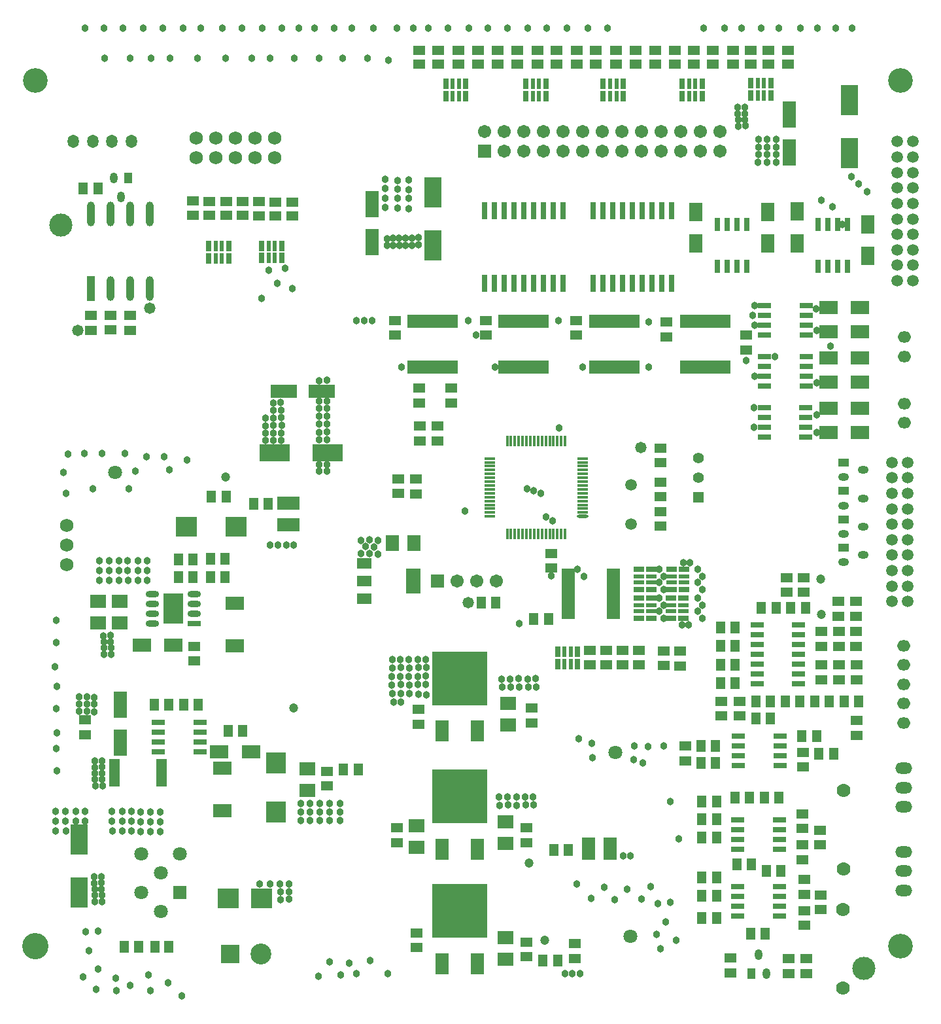
<source format=gts>
%FSLAX25Y25*%
%MOIN*%
G70*
G01*
G75*
G04 Layer_Color=8388736*
%ADD10C,0.01000*%
%ADD11R,0.04134X0.05512*%
%ADD12R,0.05512X0.04134*%
%ADD13R,0.04724X0.03150*%
%ADD14O,0.04724X0.03150*%
%ADD15R,0.04724X0.01969*%
%ADD16R,0.04724X0.01181*%
%ADD17R,0.01969X0.04724*%
%ADD18R,0.01181X0.04724*%
%ADD19R,0.05512X0.03937*%
%ADD20R,0.06102X0.08661*%
%ADD21R,0.08661X0.06102*%
%ADD22R,0.06102X0.02362*%
%ADD23R,0.02362X0.06102*%
%ADD24R,0.08268X0.14764*%
%ADD25R,0.09843X0.09055*%
%ADD26R,0.06000X0.10000*%
%ADD27O,0.06102X0.02362*%
%ADD28R,0.14764X0.08268*%
%ADD29R,0.10236X0.09449*%
%ADD30R,0.08661X0.05906*%
%ADD31R,0.05000X0.01000*%
%ADD32R,0.01000X0.05000*%
%ADD33O,0.05000X0.01000*%
%ADD34R,0.12402X0.06299*%
%ADD35R,0.02362X0.07874*%
%ADD36R,0.07087X0.06000*%
%ADD37R,0.03937X0.05512*%
%ADD38R,0.06299X0.12402*%
%ADD39R,0.09449X0.10236*%
%ADD40R,0.06000X0.07087*%
%ADD41R,0.06500X0.04500*%
%ADD42R,0.06500X0.11800*%
%ADD43O,0.03150X0.11811*%
%ADD44R,0.03150X0.11811*%
%ADD45R,0.03150X0.04724*%
%ADD46O,0.03150X0.04724*%
%ADD47R,0.01772X0.05709*%
%ADD48R,0.05709X0.01772*%
%ADD49R,0.04921X0.13386*%
%ADD50R,0.06299X0.10630*%
%ADD51R,0.10630X0.06299*%
%ADD52C,0.02000*%
%ADD53C,0.01500*%
%ADD54C,0.03000*%
%ADD55C,0.04000*%
%ADD56C,0.06000*%
%ADD57C,0.02500*%
%ADD58C,0.01200*%
%ADD59C,0.08000*%
%ADD60C,0.05000*%
%ADD61R,0.06900X0.16600*%
%ADD62R,0.12500X0.03400*%
%ADD63R,0.19600X0.16800*%
%ADD64R,0.27900X0.19600*%
%ADD65R,0.44300X0.27600*%
%ADD66R,0.18898X0.09449*%
%ADD67R,0.18898X0.09055*%
%ADD68R,0.10221X0.52362*%
%ADD69R,0.20331X0.12598*%
%ADD70R,0.45592X0.09289*%
%ADD71R,0.25590X0.20079*%
%ADD72R,0.22441X0.20254*%
%ADD73R,0.32677X0.11024*%
%ADD74R,0.36614X0.28346*%
%ADD75R,0.18504X0.62205*%
%ADD76R,0.13780X0.22835*%
%ADD77R,0.24900X0.11417*%
%ADD78R,0.30800X0.16605*%
%ADD79R,0.37402X0.13386*%
%ADD80R,0.14014X0.14161*%
%ADD81R,0.44488X0.16838*%
%ADD82R,0.14173X0.04724*%
%ADD83R,0.15354X0.16535*%
%ADD84R,0.19291X0.16142*%
%ADD85R,0.38976X0.14892*%
%ADD86R,0.15354X0.14098*%
%ADD87R,0.22300X0.17000*%
%ADD88R,0.69700X0.22200*%
%ADD89R,0.22200X0.18100*%
%ADD90R,0.20700X0.43400*%
%ADD91R,0.16900X0.61900*%
%ADD92R,0.17600X0.11100*%
%ADD93R,0.60400X0.28600*%
%ADD94R,0.06300X0.33500*%
%ADD95R,0.51100X0.18500*%
%ADD96R,0.17300X0.16200*%
%ADD97R,0.64800X0.19500*%
%ADD98R,0.54300X0.17300*%
%ADD99R,0.44100X0.21000*%
%ADD100R,0.22200X0.50300*%
%ADD101R,0.21200X0.51400*%
%ADD102R,0.42500X0.16300*%
%ADD103R,0.12300X0.11000*%
%ADD104R,0.36434X0.18432*%
%ADD105R,0.18200X0.09300*%
%ADD106R,0.30400X0.13200*%
%ADD107R,0.49910X0.31300*%
%ADD108C,0.03937*%
%ADD109C,0.05118*%
%ADD110O,0.05000X0.05906*%
%ADD111C,0.06000*%
%ADD112R,0.27559X0.26772*%
%ADD113R,0.09449X0.14961*%
%ADD114C,0.05906*%
%ADD115R,0.05906X0.05906*%
%ADD116C,0.06299*%
%ADD117O,0.05906X0.05000*%
%ADD118C,0.11811*%
%ADD119C,0.12598*%
%ADD120C,0.05000*%
%ADD121C,0.04724*%
%ADD122R,0.04724X0.04724*%
%ADD123C,0.09843*%
%ADD124R,0.08661X0.08661*%
%ADD125C,0.06200*%
%ADD126O,0.07874X0.05000*%
%ADD127R,0.06299X0.06299*%
%ADD128C,0.03000*%
%ADD129C,0.04000*%
%ADD130R,0.60400X0.13100*%
%ADD131C,0.00787*%
%ADD132C,0.00984*%
%ADD133C,0.02362*%
%ADD134C,0.01772*%
%ADD135C,0.01181*%
%ADD136C,0.00394*%
%ADD137C,0.00600*%
%ADD138C,0.00700*%
%ADD139C,0.00500*%
%ADD140C,0.00004*%
%ADD141C,0.00827*%
%ADD142C,0.00800*%
%ADD143C,0.00591*%
%ADD144C,0.00591*%
%ADD145R,1.14340X0.26480*%
%ADD146R,0.04934X0.06312*%
%ADD147R,0.06312X0.04934*%
%ADD148R,0.05524X0.03950*%
%ADD149O,0.05524X0.03950*%
%ADD150R,0.05524X0.02769*%
%ADD151R,0.05524X0.01981*%
%ADD152R,0.02769X0.05524*%
%ADD153R,0.01981X0.05524*%
%ADD154R,0.06312X0.04737*%
%ADD155R,0.06902X0.09461*%
%ADD156R,0.09461X0.06902*%
%ADD157R,0.06902X0.03162*%
%ADD158R,0.03162X0.06902*%
%ADD159R,0.09068X0.15564*%
%ADD160R,0.10642X0.09855*%
%ADD161R,0.06800X0.10800*%
%ADD162O,0.06902X0.03162*%
%ADD163R,0.15564X0.09068*%
%ADD164R,0.11036X0.10249*%
%ADD165R,0.09461X0.06706*%
%ADD166R,0.05800X0.01800*%
%ADD167R,0.01800X0.05800*%
%ADD168O,0.05800X0.01800*%
%ADD169R,0.13202X0.07099*%
%ADD170R,0.03162X0.08674*%
%ADD171R,0.07887X0.06800*%
%ADD172R,0.04737X0.06312*%
%ADD173R,0.07099X0.13202*%
%ADD174R,0.10249X0.11036*%
%ADD175R,0.06800X0.07887*%
%ADD176R,0.07300X0.05300*%
%ADD177R,0.07300X0.12600*%
%ADD178O,0.03950X0.12611*%
%ADD179R,0.03950X0.12611*%
%ADD180R,0.03950X0.05524*%
%ADD181O,0.03950X0.05524*%
%ADD182R,0.02572X0.06509*%
%ADD183R,0.06509X0.02572*%
%ADD184R,0.05721X0.14186*%
%ADD185R,0.07099X0.11430*%
%ADD186R,0.11430X0.07099*%
%ADD187C,0.04737*%
%ADD188C,0.05918*%
%ADD189O,0.05800X0.06706*%
%ADD190C,0.06800*%
%ADD191R,0.28359X0.27572*%
%ADD192R,0.10249X0.15761*%
%ADD193C,0.06706*%
%ADD194R,0.06706X0.06706*%
%ADD195C,0.07099*%
%ADD196C,0.11811*%
%ADD197O,0.06706X0.05800*%
%ADD198C,0.12611*%
%ADD199C,0.13398*%
%ADD200C,0.05800*%
%ADD201C,0.05524*%
%ADD202R,0.05524X0.05524*%
%ADD203C,0.10642*%
%ADD204R,0.09461X0.09461*%
%ADD205C,0.07000*%
%ADD206O,0.08674X0.05800*%
%ADD207R,0.07099X0.07099*%
%ADD208C,0.03800*%
%ADD209C,0.04800*%
G54D146*
X388260Y73800D02*
D03*
X395740D02*
D03*
X387260Y111000D02*
D03*
X394740D02*
D03*
X435292Y160030D02*
D03*
X427812D02*
D03*
X372300Y178928D02*
D03*
X364820D02*
D03*
X372300Y169479D02*
D03*
X364820D02*
D03*
X372300Y188376D02*
D03*
X364820D02*
D03*
X372300Y197825D02*
D03*
X364820D02*
D03*
X382930Y151369D02*
D03*
X390410D02*
D03*
X382930Y160030D02*
D03*
X390410D02*
D03*
X412851D02*
D03*
X420332D02*
D03*
X397891D02*
D03*
X405371D02*
D03*
X393166Y207668D02*
D03*
X385686D02*
D03*
X408127D02*
D03*
X400647D02*
D03*
X372160Y111000D02*
D03*
X379640D02*
D03*
X362848Y70312D02*
D03*
X355368D02*
D03*
Y61257D02*
D03*
X362848D02*
D03*
X380301Y41721D02*
D03*
X387781D02*
D03*
X362836Y49839D02*
D03*
X355356D02*
D03*
X269760Y202000D02*
D03*
X277240D02*
D03*
X355368Y100249D02*
D03*
X362848D02*
D03*
X91260Y158600D02*
D03*
X98740D02*
D03*
X83740D02*
D03*
X76260D02*
D03*
X88533Y223499D02*
D03*
X96013D02*
D03*
X112300D02*
D03*
X104820D02*
D03*
X60900Y35000D02*
D03*
X68380D02*
D03*
X250380Y210543D02*
D03*
X242900D02*
D03*
X287419Y84492D02*
D03*
X279939D02*
D03*
X281907Y28261D02*
D03*
X274427D02*
D03*
X96013Y232499D02*
D03*
X88533D02*
D03*
X112420Y232798D02*
D03*
X104940D02*
D03*
X362848Y109249D02*
D03*
X355368D02*
D03*
Y90749D02*
D03*
X362848D02*
D03*
X113860Y145000D02*
D03*
X121340D02*
D03*
X112814Y264294D02*
D03*
X105334D02*
D03*
X373260Y77100D02*
D03*
X380740D02*
D03*
X354929Y128912D02*
D03*
X362409D02*
D03*
Y137573D02*
D03*
X354929D02*
D03*
X415065Y133524D02*
D03*
X422546D02*
D03*
X40060Y421600D02*
D03*
X47540D02*
D03*
X406360Y142500D02*
D03*
X413840D02*
D03*
X172760Y125400D02*
D03*
X180240D02*
D03*
X134440Y260900D02*
D03*
X126960D02*
D03*
G54D147*
X278700Y235440D02*
D03*
Y227960D02*
D03*
X306637Y186120D02*
D03*
Y178640D02*
D03*
X416198Y178731D02*
D03*
Y171251D02*
D03*
X407300Y215660D02*
D03*
Y223140D02*
D03*
X365410Y160227D02*
D03*
Y152747D02*
D03*
X425253Y171251D02*
D03*
Y178731D02*
D03*
X374465Y152747D02*
D03*
Y160227D02*
D03*
X425253Y188180D02*
D03*
Y195660D02*
D03*
X433914D02*
D03*
Y188180D02*
D03*
X416198Y195660D02*
D03*
Y188180D02*
D03*
X434308Y171251D02*
D03*
Y178731D02*
D03*
X433914Y211014D02*
D03*
Y203534D02*
D03*
X424859Y211014D02*
D03*
Y203534D02*
D03*
X398600Y223240D02*
D03*
Y215760D02*
D03*
X344400Y178260D02*
D03*
Y185740D02*
D03*
X227559Y319685D02*
D03*
Y312205D02*
D03*
X211417Y319685D02*
D03*
Y312205D02*
D03*
X407521Y46099D02*
D03*
Y53579D02*
D03*
X416100Y54060D02*
D03*
Y61540D02*
D03*
X406734Y79564D02*
D03*
Y87044D02*
D03*
X415789D02*
D03*
Y94524D02*
D03*
X434308Y142904D02*
D03*
Y150384D02*
D03*
X211717Y292893D02*
D03*
Y300373D02*
D03*
X314905Y186120D02*
D03*
Y178640D02*
D03*
X407521Y61847D02*
D03*
Y69328D02*
D03*
X209629Y273321D02*
D03*
Y265840D02*
D03*
X64000Y356740D02*
D03*
Y349260D02*
D03*
X54000Y356840D02*
D03*
Y349360D02*
D03*
X41000Y150740D02*
D03*
Y143260D02*
D03*
X164400Y117060D02*
D03*
Y124540D02*
D03*
X44100Y349260D02*
D03*
Y356740D02*
D03*
X96476Y188113D02*
D03*
Y180632D02*
D03*
X210800Y148560D02*
D03*
Y156040D02*
D03*
X268724Y149214D02*
D03*
Y156694D02*
D03*
X210100Y34660D02*
D03*
Y42140D02*
D03*
X265962Y30033D02*
D03*
Y37513D02*
D03*
X199800Y95740D02*
D03*
Y88260D02*
D03*
X265962Y88232D02*
D03*
Y95713D02*
D03*
X406734Y95312D02*
D03*
Y102792D02*
D03*
X370079Y29399D02*
D03*
Y21919D02*
D03*
X399600Y29040D02*
D03*
Y21560D02*
D03*
X198800Y346660D02*
D03*
Y354140D02*
D03*
X220772Y300373D02*
D03*
Y292893D02*
D03*
X346858Y137376D02*
D03*
Y129896D02*
D03*
X407000Y126620D02*
D03*
Y134100D02*
D03*
X323172Y178640D02*
D03*
Y186120D02*
D03*
X408500Y21560D02*
D03*
Y29040D02*
D03*
X291339Y354134D02*
D03*
Y346654D02*
D03*
X337402Y353346D02*
D03*
Y345866D02*
D03*
X245200Y354140D02*
D03*
Y346660D02*
D03*
X298369Y186120D02*
D03*
Y178640D02*
D03*
X334252Y289173D02*
D03*
Y281693D02*
D03*
X377953Y339173D02*
D03*
Y346654D02*
D03*
X290765Y36726D02*
D03*
Y29246D02*
D03*
X334252Y271850D02*
D03*
Y264370D02*
D03*
Y256890D02*
D03*
Y249410D02*
D03*
G54D148*
X427665Y238593D02*
D03*
Y252766D02*
D03*
Y267333D02*
D03*
X427665Y281900D02*
D03*
G54D149*
X427665Y231113D02*
D03*
X437508Y234853D02*
D03*
X427665Y245286D02*
D03*
X437508Y249026D02*
D03*
Y263593D02*
D03*
X427665Y259853D02*
D03*
X427665Y274420D02*
D03*
X437508Y278160D02*
D03*
G54D150*
X346150Y217124D02*
D03*
Y227361D02*
D03*
X339850D02*
D03*
Y217124D02*
D03*
X329553D02*
D03*
Y227361D02*
D03*
X323253D02*
D03*
Y217124D02*
D03*
X329550Y202482D02*
D03*
Y212718D02*
D03*
X323250D02*
D03*
Y202482D02*
D03*
X346050D02*
D03*
Y212718D02*
D03*
X339750D02*
D03*
Y202482D02*
D03*
G54D151*
X346150Y220668D02*
D03*
Y223817D02*
D03*
X339850D02*
D03*
Y220668D02*
D03*
X329553D02*
D03*
Y223817D02*
D03*
X323253D02*
D03*
Y220668D02*
D03*
X329550Y206025D02*
D03*
Y209175D02*
D03*
X323250D02*
D03*
Y206025D02*
D03*
X346050D02*
D03*
Y209175D02*
D03*
X339750D02*
D03*
Y206025D02*
D03*
G54D152*
X292070Y179230D02*
D03*
X281834D02*
D03*
Y185530D02*
D03*
X292070D02*
D03*
X380315Y468898D02*
D03*
X390551D02*
D03*
Y475197D02*
D03*
X380315D02*
D03*
X224803Y468504D02*
D03*
X235039D02*
D03*
Y474803D02*
D03*
X224803D02*
D03*
X265748Y468504D02*
D03*
X275984D02*
D03*
Y474803D02*
D03*
X265748D02*
D03*
X345276D02*
D03*
X355512D02*
D03*
Y468504D02*
D03*
X345276D02*
D03*
X305118Y474803D02*
D03*
X315354D02*
D03*
Y468504D02*
D03*
X305118D02*
D03*
X114218Y385850D02*
D03*
X103982D02*
D03*
Y392150D02*
D03*
X114218D02*
D03*
X141318Y385950D02*
D03*
X131082D02*
D03*
Y392250D02*
D03*
X141318D02*
D03*
G54D153*
X288527Y179230D02*
D03*
X285377D02*
D03*
Y185530D02*
D03*
X288527D02*
D03*
X383858Y468898D02*
D03*
X387008D02*
D03*
Y475197D02*
D03*
X383858D02*
D03*
X228346Y468504D02*
D03*
X231496D02*
D03*
Y474803D02*
D03*
X228346D02*
D03*
X269291Y468504D02*
D03*
X272441D02*
D03*
Y474803D02*
D03*
X269291D02*
D03*
X348819D02*
D03*
X351969D02*
D03*
Y468504D02*
D03*
X348819D02*
D03*
X308661Y474803D02*
D03*
X311811D02*
D03*
Y468504D02*
D03*
X308661D02*
D03*
X110675Y385850D02*
D03*
X107525D02*
D03*
Y392150D02*
D03*
X110675D02*
D03*
X137775Y385950D02*
D03*
X134625D02*
D03*
Y392250D02*
D03*
X137775D02*
D03*
G54D154*
X335800Y185643D02*
D03*
Y178557D02*
D03*
X399162Y484752D02*
D03*
Y491839D02*
D03*
X389320Y484646D02*
D03*
Y491732D02*
D03*
X351300Y491843D02*
D03*
Y484757D02*
D03*
X341541Y491839D02*
D03*
Y484752D02*
D03*
X331698Y491839D02*
D03*
Y484752D02*
D03*
X321462Y491839D02*
D03*
Y484752D02*
D03*
X311619Y491839D02*
D03*
Y484752D02*
D03*
X301383Y491839D02*
D03*
Y484752D02*
D03*
X291541Y491839D02*
D03*
Y484752D02*
D03*
X281305Y491839D02*
D03*
Y484752D02*
D03*
X271462Y491839D02*
D03*
Y484752D02*
D03*
X261226Y491839D02*
D03*
Y484752D02*
D03*
X251383Y491839D02*
D03*
Y484752D02*
D03*
X241147Y491839D02*
D03*
Y484752D02*
D03*
X231305Y491839D02*
D03*
Y484752D02*
D03*
X221068Y491839D02*
D03*
Y484752D02*
D03*
X211226Y491839D02*
D03*
Y484752D02*
D03*
X380265Y491732D02*
D03*
Y484646D02*
D03*
X371210Y491732D02*
D03*
Y484646D02*
D03*
X361024Y491839D02*
D03*
Y484752D02*
D03*
X138100Y414543D02*
D03*
Y407457D02*
D03*
X146600Y414543D02*
D03*
Y407457D02*
D03*
X95800Y414943D02*
D03*
Y407857D02*
D03*
X104300Y414843D02*
D03*
Y407757D02*
D03*
X112800Y414843D02*
D03*
Y407757D02*
D03*
X200574Y273342D02*
D03*
Y266256D02*
D03*
X129700Y407557D02*
D03*
Y414643D02*
D03*
X121300Y407657D02*
D03*
Y414743D02*
D03*
G54D155*
X352300Y393329D02*
D03*
Y409471D02*
D03*
X403900Y393529D02*
D03*
Y409671D02*
D03*
X439900Y387129D02*
D03*
Y403271D02*
D03*
X389000Y393429D02*
D03*
Y409571D02*
D03*
G54D156*
X419882Y322835D02*
D03*
X436024D02*
D03*
X419882Y335039D02*
D03*
X436024D02*
D03*
Y360630D02*
D03*
X419882D02*
D03*
X436024Y348425D02*
D03*
X419882D02*
D03*
X436024Y309449D02*
D03*
X419882D02*
D03*
X69901Y188703D02*
D03*
X86042D02*
D03*
X125571Y134600D02*
D03*
X109429D02*
D03*
X436024Y297244D02*
D03*
X419882D02*
D03*
G54D157*
X387402Y335827D02*
D03*
Y330827D02*
D03*
Y325827D02*
D03*
Y320827D02*
D03*
X408661D02*
D03*
Y325827D02*
D03*
Y330827D02*
D03*
Y335827D02*
D03*
X408661Y361811D02*
D03*
Y356811D02*
D03*
Y351811D02*
D03*
Y346811D02*
D03*
X387402D02*
D03*
Y351811D02*
D03*
Y356811D02*
D03*
Y361811D02*
D03*
X395284Y127337D02*
D03*
Y132337D02*
D03*
Y137337D02*
D03*
Y142337D02*
D03*
X374024D02*
D03*
Y137337D02*
D03*
Y132337D02*
D03*
Y127337D02*
D03*
X96481Y199617D02*
D03*
X373636Y50627D02*
D03*
Y55627D02*
D03*
Y60627D02*
D03*
Y65627D02*
D03*
X394895D02*
D03*
Y60627D02*
D03*
Y55627D02*
D03*
Y50627D02*
D03*
X99462Y134443D02*
D03*
Y139443D02*
D03*
Y144443D02*
D03*
Y149443D02*
D03*
X78202D02*
D03*
Y144443D02*
D03*
Y139443D02*
D03*
Y134443D02*
D03*
X408427Y309661D02*
D03*
Y304661D02*
D03*
Y299661D02*
D03*
Y294661D02*
D03*
X387167D02*
D03*
Y299661D02*
D03*
Y304661D02*
D03*
Y309661D02*
D03*
X394895Y84843D02*
D03*
Y89843D02*
D03*
Y94843D02*
D03*
Y99843D02*
D03*
X373636D02*
D03*
Y94843D02*
D03*
Y89843D02*
D03*
Y84843D02*
D03*
X404780Y169046D02*
D03*
Y174046D02*
D03*
Y179046D02*
D03*
Y184046D02*
D03*
Y189046D02*
D03*
Y194046D02*
D03*
Y199046D02*
D03*
X383521D02*
D03*
Y194046D02*
D03*
Y189046D02*
D03*
Y184046D02*
D03*
Y179046D02*
D03*
Y174046D02*
D03*
Y169046D02*
D03*
G54D158*
X363386Y403150D02*
D03*
X368386D02*
D03*
X373386D02*
D03*
X378386D02*
D03*
Y381890D02*
D03*
X373386D02*
D03*
X368386D02*
D03*
X363386D02*
D03*
X414567Y403150D02*
D03*
X419567D02*
D03*
X424567D02*
D03*
X429567D02*
D03*
Y381890D02*
D03*
X424567D02*
D03*
X419567D02*
D03*
X414567D02*
D03*
G54D159*
X430700Y466483D02*
D03*
Y439317D02*
D03*
X38100Y62717D02*
D03*
Y89883D02*
D03*
X218400Y392417D02*
D03*
Y419583D02*
D03*
G54D160*
X114035Y59700D02*
D03*
X130965D02*
D03*
G54D161*
X222852Y144985D02*
D03*
X240852D02*
D03*
X240955Y84903D02*
D03*
X222955D02*
D03*
X222858Y26602D02*
D03*
X240858D02*
D03*
G54D162*
X96481Y204617D02*
D03*
Y209617D02*
D03*
Y214617D02*
D03*
X75221Y199617D02*
D03*
Y204617D02*
D03*
Y209617D02*
D03*
Y214617D02*
D03*
G54D163*
X164783Y286800D02*
D03*
X137617D02*
D03*
G54D164*
X92619Y249019D02*
D03*
X117816D02*
D03*
G54D165*
X117342Y188309D02*
D03*
Y209963D02*
D03*
X110900Y104400D02*
D03*
Y126054D02*
D03*
G54D166*
X247295Y283885D02*
D03*
Y281917D02*
D03*
Y279948D02*
D03*
Y276011D02*
D03*
Y274043D02*
D03*
Y272074D02*
D03*
Y268137D02*
D03*
Y266169D02*
D03*
Y264200D02*
D03*
Y260263D02*
D03*
Y258295D02*
D03*
Y256326D02*
D03*
Y254358D02*
D03*
X294539Y256326D02*
D03*
Y258295D02*
D03*
Y262232D02*
D03*
Y264200D02*
D03*
Y266169D02*
D03*
Y270106D02*
D03*
Y274043D02*
D03*
Y277980D02*
D03*
Y279948D02*
D03*
Y260263D02*
D03*
Y268137D02*
D03*
Y272074D02*
D03*
Y276011D02*
D03*
Y281917D02*
D03*
Y283885D02*
D03*
X247295Y262232D02*
D03*
Y270106D02*
D03*
Y277980D02*
D03*
G54D167*
X285681Y292744D02*
D03*
X283713D02*
D03*
X281744D02*
D03*
X279776D02*
D03*
X277807D02*
D03*
X275838D02*
D03*
X273870D02*
D03*
X271901D02*
D03*
X269933D02*
D03*
X267965D02*
D03*
X265996D02*
D03*
X262059D02*
D03*
X260090D02*
D03*
X258122D02*
D03*
Y245500D02*
D03*
X275838D02*
D03*
X273870D02*
D03*
X260090D02*
D03*
X281744D02*
D03*
X279776D02*
D03*
X265996D02*
D03*
X271901D02*
D03*
X267964D02*
D03*
X264028D02*
D03*
X256153D02*
D03*
X283713D02*
D03*
X277807D02*
D03*
X262059D02*
D03*
X269933D02*
D03*
X285681D02*
D03*
X256153Y292744D02*
D03*
X264028D02*
D03*
G54D168*
X294539Y254358D02*
D03*
G54D169*
X142454Y318100D02*
D03*
X161746D02*
D03*
G54D170*
X300079Y373228D02*
D03*
X305079D02*
D03*
X310079D02*
D03*
X315079D02*
D03*
X320079D02*
D03*
X325079D02*
D03*
X330079D02*
D03*
X335079D02*
D03*
X340079D02*
D03*
Y410236D02*
D03*
X335079D02*
D03*
X330079D02*
D03*
X325079D02*
D03*
X320079D02*
D03*
X315079D02*
D03*
X310079D02*
D03*
X305079D02*
D03*
X300079D02*
D03*
X244642D02*
D03*
X249642D02*
D03*
X254642D02*
D03*
X259642D02*
D03*
X264642D02*
D03*
X269642D02*
D03*
X274642D02*
D03*
X279642D02*
D03*
X284642D02*
D03*
Y373228D02*
D03*
X279642D02*
D03*
X274642D02*
D03*
X269642D02*
D03*
X264642D02*
D03*
X259642D02*
D03*
X254642D02*
D03*
X249642D02*
D03*
X244642D02*
D03*
G54D171*
X154400Y114700D02*
D03*
Y125700D02*
D03*
X58500Y211000D02*
D03*
Y200000D02*
D03*
X47700D02*
D03*
Y211000D02*
D03*
X256519Y148241D02*
D03*
Y159241D02*
D03*
X255332Y39667D02*
D03*
Y28667D02*
D03*
Y87653D02*
D03*
Y98654D02*
D03*
X209800Y85800D02*
D03*
Y96800D02*
D03*
G54D172*
X83684Y35000D02*
D03*
X76597D02*
D03*
G54D173*
X187200Y394254D02*
D03*
Y413546D02*
D03*
X58900Y158446D02*
D03*
Y139154D02*
D03*
X400000Y439854D02*
D03*
Y459146D02*
D03*
G54D174*
X138400Y103702D02*
D03*
Y128898D02*
D03*
G54D175*
X208700Y240800D02*
D03*
X197700D02*
D03*
G54D176*
X183171Y230567D02*
D03*
Y221467D02*
D03*
Y212367D02*
D03*
G54D177*
X208171Y221467D02*
D03*
G54D178*
X44019Y408351D02*
D03*
X74019D02*
D03*
X64019D02*
D03*
X54019D02*
D03*
X74019Y370556D02*
D03*
X64019D02*
D03*
X54019D02*
D03*
G54D179*
X44019D02*
D03*
G54D180*
X380709Y21328D02*
D03*
X63100Y426900D02*
D03*
G54D181*
X388189Y21328D02*
D03*
X384449Y31171D02*
D03*
X55620Y426900D02*
D03*
X59360Y417058D02*
D03*
G54D182*
X206594Y353740D02*
D03*
X209154D02*
D03*
X211713D02*
D03*
X214272D02*
D03*
X216831D02*
D03*
X219390D02*
D03*
X221949D02*
D03*
X224508D02*
D03*
X227067D02*
D03*
X229626D02*
D03*
Y330512D02*
D03*
X227067D02*
D03*
X224508D02*
D03*
X221949D02*
D03*
X219390D02*
D03*
X216831D02*
D03*
X214272D02*
D03*
X211713D02*
D03*
X209154D02*
D03*
X206594D02*
D03*
X345571D02*
D03*
X348130D02*
D03*
X350689D02*
D03*
X353248D02*
D03*
X355807D02*
D03*
X358366D02*
D03*
X360925D02*
D03*
X363484D02*
D03*
X366043D02*
D03*
X368602D02*
D03*
Y353740D02*
D03*
X366043D02*
D03*
X363484D02*
D03*
X360925D02*
D03*
X358366D02*
D03*
X355807D02*
D03*
X353248D02*
D03*
X350689D02*
D03*
X348130D02*
D03*
X345571D02*
D03*
X299245Y330512D02*
D03*
X301804D02*
D03*
X304363D02*
D03*
X306923D02*
D03*
X309482D02*
D03*
X312041D02*
D03*
X314600D02*
D03*
X317159D02*
D03*
X319718D02*
D03*
X322277D02*
D03*
Y353740D02*
D03*
X319718D02*
D03*
X317159D02*
D03*
X314600D02*
D03*
X312041D02*
D03*
X309482D02*
D03*
X306923D02*
D03*
X304363D02*
D03*
X301804D02*
D03*
X299245D02*
D03*
X252920Y330512D02*
D03*
X255479D02*
D03*
X258038D02*
D03*
X260597D02*
D03*
X263156D02*
D03*
X265715D02*
D03*
X268274D02*
D03*
X270833D02*
D03*
X273392D02*
D03*
X275952D02*
D03*
Y353740D02*
D03*
X273392D02*
D03*
X270833D02*
D03*
X268274D02*
D03*
X265715D02*
D03*
X263156D02*
D03*
X260597D02*
D03*
X258038D02*
D03*
X255479D02*
D03*
X252920D02*
D03*
G54D183*
X287205Y203346D02*
D03*
Y205906D02*
D03*
Y208465D02*
D03*
Y211024D02*
D03*
Y213583D02*
D03*
Y216142D02*
D03*
Y218701D02*
D03*
Y221260D02*
D03*
Y223819D02*
D03*
Y226378D02*
D03*
X310433D02*
D03*
Y223819D02*
D03*
Y221260D02*
D03*
Y218701D02*
D03*
Y216142D02*
D03*
Y213583D02*
D03*
Y211024D02*
D03*
Y208465D02*
D03*
Y205906D02*
D03*
Y203346D02*
D03*
G54D184*
X55792Y123800D02*
D03*
X79808D02*
D03*
G54D185*
X308482Y85061D02*
D03*
X297458D02*
D03*
G54D186*
X144600Y261212D02*
D03*
Y250188D02*
D03*
G54D187*
X416157Y204588D02*
D03*
X112612Y274459D02*
D03*
X147232Y156798D02*
D03*
X275423Y38457D02*
D03*
X267155Y77705D02*
D03*
X415859Y222588D02*
D03*
G54D188*
X455118Y374410D02*
D03*
X462992D02*
D03*
X455118Y382283D02*
D03*
X462992D02*
D03*
X455118Y390158D02*
D03*
X462992D02*
D03*
X455118Y398031D02*
D03*
X462992D02*
D03*
X455118Y405905D02*
D03*
X462992D02*
D03*
X455118Y413779D02*
D03*
X462992D02*
D03*
X455118Y421654D02*
D03*
X462992D02*
D03*
X455118Y429528D02*
D03*
X462992D02*
D03*
X455118Y437402D02*
D03*
X462992D02*
D03*
X455118Y445276D02*
D03*
X462992D02*
D03*
X319291Y250472D02*
D03*
Y270473D02*
D03*
X460236Y281890D02*
D03*
X452362D02*
D03*
X460236Y274016D02*
D03*
X452362D02*
D03*
X460236Y266142D02*
D03*
X452362D02*
D03*
X460236Y258268D02*
D03*
X452362D02*
D03*
X460236Y250394D02*
D03*
X452362D02*
D03*
X460236Y242520D02*
D03*
X452362D02*
D03*
X460236Y234646D02*
D03*
X452362D02*
D03*
X460236Y226772D02*
D03*
X452362D02*
D03*
X460236Y218898D02*
D03*
X452362D02*
D03*
X460236Y211024D02*
D03*
X452362D02*
D03*
G54D189*
X35015Y445276D02*
D03*
X44858D02*
D03*
X54700D02*
D03*
X64543D02*
D03*
G54D190*
X97771Y447008D02*
D03*
Y437008D02*
D03*
X107771Y447008D02*
D03*
Y437008D02*
D03*
X117771Y447008D02*
D03*
Y437008D02*
D03*
X127771Y447008D02*
D03*
Y437008D02*
D03*
X137771Y447008D02*
D03*
Y437008D02*
D03*
X31501Y249816D02*
D03*
Y229816D02*
D03*
Y239816D02*
D03*
G54D191*
X231853Y171757D02*
D03*
X231955Y111675D02*
D03*
X231858Y53373D02*
D03*
G54D192*
X85851Y207417D02*
D03*
G54D193*
X250656Y221567D02*
D03*
X240656D02*
D03*
X230656D02*
D03*
X364488Y450551D02*
D03*
Y440551D02*
D03*
X354488Y450551D02*
D03*
Y440551D02*
D03*
X344488Y450551D02*
D03*
Y440551D02*
D03*
X334488Y450551D02*
D03*
Y440551D02*
D03*
X324488Y450551D02*
D03*
Y440551D02*
D03*
X314488Y450551D02*
D03*
Y440551D02*
D03*
X304488Y450551D02*
D03*
Y440551D02*
D03*
X294488Y450551D02*
D03*
Y440551D02*
D03*
X284488Y450551D02*
D03*
Y440551D02*
D03*
X274488Y450551D02*
D03*
Y440551D02*
D03*
X264488Y450551D02*
D03*
Y440551D02*
D03*
X254488Y450551D02*
D03*
Y440551D02*
D03*
X244488Y450551D02*
D03*
G54D194*
X220656Y221567D02*
D03*
X244488Y440551D02*
D03*
G54D195*
X311141Y134184D02*
D03*
X69715Y62800D02*
D03*
Y82485D02*
D03*
X79558Y52957D02*
D03*
Y72642D02*
D03*
X89400Y82485D02*
D03*
X56159Y276716D02*
D03*
X319059Y40316D02*
D03*
G54D196*
X438000Y24100D02*
D03*
X28740Y402756D02*
D03*
G54D197*
X458661Y335827D02*
D03*
Y345669D02*
D03*
Y301969D02*
D03*
Y311811D02*
D03*
X458255Y168898D02*
D03*
Y178740D02*
D03*
Y188583D02*
D03*
Y159055D02*
D03*
Y149213D02*
D03*
G54D198*
X15748Y476378D02*
D03*
X456693D02*
D03*
Y35433D02*
D03*
G54D199*
X15748D02*
D03*
G54D200*
X324400Y289300D02*
D03*
X236200Y210543D02*
D03*
X37400Y349260D02*
D03*
X74019Y360481D02*
D03*
G54D201*
X353543Y284173D02*
D03*
Y274173D02*
D03*
G54D202*
Y264173D02*
D03*
G54D203*
X130551Y31496D02*
D03*
G54D204*
X114961D02*
D03*
G54D205*
X427600Y74800D02*
D03*
Y114800D02*
D03*
X427400Y54000D02*
D03*
Y14000D02*
D03*
G54D206*
X458268Y125984D02*
D03*
Y116142D02*
D03*
Y106299D02*
D03*
Y83465D02*
D03*
Y73622D02*
D03*
Y63779D02*
D03*
G54D207*
X89400Y62800D02*
D03*
G54D208*
X349150Y230818D02*
D03*
X345850D02*
D03*
X348700Y199100D02*
D03*
X345400D02*
D03*
X262300Y199700D02*
D03*
X179166Y354134D02*
D03*
X279200Y252000D02*
D03*
X278700Y224100D02*
D03*
X295200Y223819D02*
D03*
X292100Y227400D02*
D03*
X49500Y129900D02*
D03*
X45900D02*
D03*
Y126600D02*
D03*
X49500Y126700D02*
D03*
X46000Y123500D02*
D03*
X49600Y123600D02*
D03*
X46100Y120300D02*
D03*
X49700Y120400D02*
D03*
X46200Y117200D02*
D03*
X49800D02*
D03*
X377300Y462800D02*
D03*
X373700D02*
D03*
Y459500D02*
D03*
X377300Y459600D02*
D03*
X373800Y456400D02*
D03*
X377400Y456500D02*
D03*
X373900Y453200D02*
D03*
X377500Y453300D02*
D03*
X282677Y299606D02*
D03*
X381221Y356811D02*
D03*
X377953Y333858D02*
D03*
X275900Y254000D02*
D03*
X381890Y299661D02*
D03*
Y309661D02*
D03*
X382125Y325827D02*
D03*
X382125Y361811D02*
D03*
Y351811D02*
D03*
X392678Y335827D02*
D03*
X266142Y268504D02*
D03*
X269685Y267323D02*
D03*
X273228Y266142D02*
D03*
X343742Y89997D02*
D03*
X339450Y109249D02*
D03*
X335835Y137573D02*
D03*
X333500Y227361D02*
D03*
X335800Y223817D02*
D03*
Y217124D02*
D03*
X333500Y220668D02*
D03*
Y212718D02*
D03*
X335800Y202482D02*
D03*
Y209175D02*
D03*
X333500Y206025D02*
D03*
X353300Y206065D02*
D03*
X355600Y209214D02*
D03*
Y202521D02*
D03*
X353300Y212757D02*
D03*
Y220707D02*
D03*
X355600Y217164D02*
D03*
Y223857D02*
D03*
X353300Y227400D02*
D03*
X181600Y242200D02*
D03*
X185900Y242300D02*
D03*
X190400Y242200D02*
D03*
X183800Y239000D02*
D03*
X188200Y238900D02*
D03*
X181500Y235600D02*
D03*
X186000Y235300D02*
D03*
X190400Y235100D02*
D03*
X293200Y21543D02*
D03*
X413900Y349100D02*
D03*
X420800Y341100D02*
D03*
X413900Y322600D02*
D03*
Y306200D02*
D03*
X413800Y297000D02*
D03*
X413700Y360200D02*
D03*
X129900Y67200D02*
D03*
X135400D02*
D03*
X140300D02*
D03*
X144800D02*
D03*
X140500Y63200D02*
D03*
X144900D02*
D03*
X140600Y59100D02*
D03*
X144900Y59300D02*
D03*
X25900Y104000D02*
D03*
X31038D02*
D03*
X36175D02*
D03*
X25900Y99000D02*
D03*
X31038D02*
D03*
X36175D02*
D03*
X147384Y239816D02*
D03*
X131100Y365300D02*
D03*
X146600Y370500D02*
D03*
X139000Y373200D02*
D03*
X143100Y380900D02*
D03*
X134625Y379675D02*
D03*
X439600Y419700D02*
D03*
X435400Y423700D02*
D03*
X431500Y427600D02*
D03*
X427100Y403200D02*
D03*
X422047Y412205D02*
D03*
X416400Y415600D02*
D03*
X240200Y346700D02*
D03*
X187300Y354134D02*
D03*
X236240Y354147D02*
D03*
X282379Y354140D02*
D03*
X328442Y353353D02*
D03*
X202312Y330512D02*
D03*
X328400Y330400D02*
D03*
X294588Y330512D02*
D03*
X249812D02*
D03*
X183134Y354134D02*
D03*
X289300Y21543D02*
D03*
X285600D02*
D03*
X160300Y280900D02*
D03*
X164200D02*
D03*
X160300Y277300D02*
D03*
X164200D02*
D03*
X160300Y293600D02*
D03*
X164200Y293500D02*
D03*
X160300Y297200D02*
D03*
X164200Y297300D02*
D03*
X160300Y301400D02*
D03*
X164200Y301600D02*
D03*
X160300Y305400D02*
D03*
X164200Y305500D02*
D03*
X160300Y309400D02*
D03*
X164200D02*
D03*
X160300Y313200D02*
D03*
X164200D02*
D03*
X160300Y323600D02*
D03*
X164200Y323800D02*
D03*
X384200Y446500D02*
D03*
X388600D02*
D03*
X393300Y446500D02*
D03*
X384200Y442600D02*
D03*
X388600Y442500D02*
D03*
X393300Y442567D02*
D03*
X384200Y438700D02*
D03*
X388600D02*
D03*
X393300Y438633D02*
D03*
X384100Y434800D02*
D03*
X388600D02*
D03*
X393300Y434700D02*
D03*
X136800Y312200D02*
D03*
X136900Y308400D02*
D03*
Y304600D02*
D03*
X132900Y304300D02*
D03*
X137100Y300700D02*
D03*
X132900Y300500D02*
D03*
X132800Y296800D02*
D03*
X137100Y296900D02*
D03*
X132900Y293100D02*
D03*
X137100Y293000D02*
D03*
X140600Y312300D02*
D03*
X141000Y308400D02*
D03*
X141100Y304700D02*
D03*
X141200Y300800D02*
D03*
X141100Y296800D02*
D03*
Y293000D02*
D03*
X194100Y426000D02*
D03*
X200300Y425500D02*
D03*
X206100Y425700D02*
D03*
X194100Y421400D02*
D03*
X200300Y421000D02*
D03*
X206100Y420700D02*
D03*
X194100Y416300D02*
D03*
X200300Y416400D02*
D03*
X206100Y416300D02*
D03*
X194100Y411700D02*
D03*
X200300Y411400D02*
D03*
X206100Y411200D02*
D03*
X204300Y396200D02*
D03*
Y392600D02*
D03*
X201100Y396100D02*
D03*
X201200Y392500D02*
D03*
X197900Y396000D02*
D03*
X198000Y392400D02*
D03*
X194800Y395900D02*
D03*
X194900Y392300D02*
D03*
X207700Y392600D02*
D03*
X207600Y396200D02*
D03*
X210800Y392700D02*
D03*
Y396300D02*
D03*
X54300Y184200D02*
D03*
X50700D02*
D03*
X54200Y187400D02*
D03*
X50600Y187300D02*
D03*
X54100Y190600D02*
D03*
X50500Y190500D02*
D03*
X54000Y193700D02*
D03*
X50400Y193600D02*
D03*
X49600Y58200D02*
D03*
X46000D02*
D03*
X49500Y61400D02*
D03*
X45900Y61300D02*
D03*
X49400Y64600D02*
D03*
X45800Y64500D02*
D03*
X49300Y67700D02*
D03*
X45700Y67600D02*
D03*
Y70900D02*
D03*
X49300D02*
D03*
X41000Y99000D02*
D03*
Y104000D02*
D03*
X64662D02*
D03*
Y99000D02*
D03*
X59838D02*
D03*
X54700D02*
D03*
X59838Y104000D02*
D03*
X54700D02*
D03*
X79163Y103800D02*
D03*
Y98800D02*
D03*
X74338D02*
D03*
X69200D02*
D03*
X74338Y103800D02*
D03*
X69200D02*
D03*
X69300Y93800D02*
D03*
X74437D02*
D03*
X79263D02*
D03*
X54800Y94000D02*
D03*
X59938D02*
D03*
X64763D02*
D03*
X31137D02*
D03*
X26000D02*
D03*
X151100Y99400D02*
D03*
X165600D02*
D03*
X160775D02*
D03*
X155638D02*
D03*
X155537Y108000D02*
D03*
X160675D02*
D03*
X155638Y103800D02*
D03*
X160775D02*
D03*
X165600D02*
D03*
X165500Y108000D02*
D03*
X151100Y103800D02*
D03*
X151000Y108000D02*
D03*
X170800D02*
D03*
X170900Y103800D02*
D03*
Y99400D02*
D03*
X38000Y162300D02*
D03*
X41800D02*
D03*
X45500Y162200D02*
D03*
Y158800D02*
D03*
X41800Y158900D02*
D03*
X38000D02*
D03*
X38100Y155000D02*
D03*
X41900D02*
D03*
X45600Y154900D02*
D03*
X58262Y221900D02*
D03*
X53438D02*
D03*
X48300D02*
D03*
X72763Y221700D02*
D03*
X67937D02*
D03*
X62800D02*
D03*
X62700Y231700D02*
D03*
X67838D02*
D03*
X62700Y226700D02*
D03*
X67838D02*
D03*
X72663D02*
D03*
Y231700D02*
D03*
X48200Y231900D02*
D03*
X53338D02*
D03*
X48200Y226900D02*
D03*
X53338D02*
D03*
X58162D02*
D03*
Y231900D02*
D03*
X234600Y257000D02*
D03*
X252000Y111400D02*
D03*
X256400D02*
D03*
X260800Y111500D02*
D03*
X265300Y111400D02*
D03*
X269400Y111600D02*
D03*
X269500Y107300D02*
D03*
X265500D02*
D03*
X261000Y107100D02*
D03*
X256600Y107300D02*
D03*
X252200Y107200D02*
D03*
X318800Y81540D02*
D03*
X315337D02*
D03*
X143500Y239816D02*
D03*
X139200D02*
D03*
X135200D02*
D03*
X214798Y163582D02*
D03*
X197198Y172782D02*
D03*
X201598D02*
D03*
X205998Y172882D02*
D03*
X210498Y172782D02*
D03*
X214598Y172982D02*
D03*
X214698Y168682D02*
D03*
X210698D02*
D03*
X206198Y168482D02*
D03*
X201798Y168682D02*
D03*
X197398Y168582D02*
D03*
X201698Y181382D02*
D03*
X206098Y181482D02*
D03*
X210598Y181382D02*
D03*
X214698Y181582D02*
D03*
X214798Y177282D02*
D03*
X210798D02*
D03*
X206298Y177082D02*
D03*
X201898Y177282D02*
D03*
X197498Y177182D02*
D03*
X202080Y159928D02*
D03*
X210798Y163882D02*
D03*
X198143Y159928D02*
D03*
X206398Y164082D02*
D03*
X201798Y164182D02*
D03*
X197498D02*
D03*
X197600Y181500D02*
D03*
X253500Y167400D02*
D03*
X257900Y167500D02*
D03*
X262300Y167300D02*
D03*
X266800Y167500D02*
D03*
X270800D02*
D03*
X270700Y171800D02*
D03*
X266600Y171600D02*
D03*
X262100Y171700D02*
D03*
X257700Y171600D02*
D03*
X253300D02*
D03*
X41000Y503200D02*
D03*
X50600D02*
D03*
X60200D02*
D03*
X70500D02*
D03*
X80700D02*
D03*
X91100D02*
D03*
X100000D02*
D03*
X110900D02*
D03*
X120800D02*
D03*
X131200D02*
D03*
X141400D02*
D03*
X149800D02*
D03*
X157900D02*
D03*
X167800D02*
D03*
X177000D02*
D03*
X187900D02*
D03*
X200000D02*
D03*
X208300D02*
D03*
X216000D02*
D03*
X226100D02*
D03*
X236500D02*
D03*
X246200D02*
D03*
X256300D02*
D03*
X266600D02*
D03*
X276300D02*
D03*
X286700D02*
D03*
X297300D02*
D03*
X307300D02*
D03*
X356400D02*
D03*
X367000D02*
D03*
X375500D02*
D03*
X385500D02*
D03*
X394700D02*
D03*
X405600D02*
D03*
X414200D02*
D03*
X423700D02*
D03*
X432000D02*
D03*
X50800Y487800D02*
D03*
X63800D02*
D03*
X84200D02*
D03*
X74500D02*
D03*
X98400D02*
D03*
X112500D02*
D03*
X126000D02*
D03*
X135300D02*
D03*
X147600D02*
D03*
X160300D02*
D03*
X172300D02*
D03*
X185000D02*
D03*
X195600Y486900D02*
D03*
X32400Y286200D02*
D03*
X40500Y286300D02*
D03*
X49600D02*
D03*
X61300D02*
D03*
X72300Y284800D02*
D03*
X81400Y284900D02*
D03*
X92900Y283200D02*
D03*
X83800Y278100D02*
D03*
X66500Y277300D02*
D03*
X63200Y268300D02*
D03*
X45100D02*
D03*
X31200Y266200D02*
D03*
X30100Y276700D02*
D03*
X26200Y201400D02*
D03*
X26400Y190200D02*
D03*
X25700Y177800D02*
D03*
X26700Y167800D02*
D03*
X26400Y156300D02*
D03*
X26500Y144200D02*
D03*
X26200Y136200D02*
D03*
X26500Y124700D02*
D03*
X47500Y43200D02*
D03*
X43000Y33000D02*
D03*
X39900Y19700D02*
D03*
X46600Y13400D02*
D03*
X64100Y15600D02*
D03*
X83200Y16800D02*
D03*
X74200Y12800D02*
D03*
X56600Y19100D02*
D03*
X57000Y12900D02*
D03*
X90300Y10100D02*
D03*
X73300Y20800D02*
D03*
X47700Y23800D02*
D03*
X41400Y42800D02*
D03*
X195200Y21300D02*
D03*
X186400Y28200D02*
D03*
X179200Y21300D02*
D03*
X165500Y27400D02*
D03*
X160000Y20100D02*
D03*
X175500Y26900D02*
D03*
X171400Y20900D02*
D03*
X299000Y59800D02*
D03*
X311100Y59200D02*
D03*
X324600Y59400D02*
D03*
X317300Y64400D02*
D03*
X305500Y65600D02*
D03*
X291500Y67000D02*
D03*
X329300Y65900D02*
D03*
X333100Y57000D02*
D03*
X337100Y47700D02*
D03*
X332200Y41400D02*
D03*
X334300Y34200D02*
D03*
X342400Y38600D02*
D03*
X339300Y57900D02*
D03*
X321000Y137400D02*
D03*
X328100Y137000D02*
D03*
X325300Y128900D02*
D03*
X320700Y130600D02*
D03*
X299400Y138800D02*
D03*
X292600Y141100D02*
D03*
X299500Y131500D02*
D03*
G54D209*
X239352Y161685D02*
D03*
X232052D02*
D03*
X224752D02*
D03*
X239352Y169785D02*
D03*
X232052D02*
D03*
X224752Y169585D02*
D03*
X239053Y178885D02*
D03*
X231752D02*
D03*
X224452D02*
D03*
X224555Y118803D02*
D03*
X231855D02*
D03*
X239155D02*
D03*
X224855Y109503D02*
D03*
X232155Y109703D02*
D03*
X239455D02*
D03*
X224855Y101603D02*
D03*
X232155D02*
D03*
X239455D02*
D03*
X239358Y43302D02*
D03*
X232058D02*
D03*
X224758D02*
D03*
X239358Y51402D02*
D03*
X232058D02*
D03*
X224758Y51202D02*
D03*
X239058Y60502D02*
D03*
X231758D02*
D03*
X224458D02*
D03*
X83489Y212609D02*
D03*
X88607D02*
D03*
X83489Y207491D02*
D03*
Y202767D02*
D03*
X88607D02*
D03*
Y207491D02*
D03*
M02*

</source>
